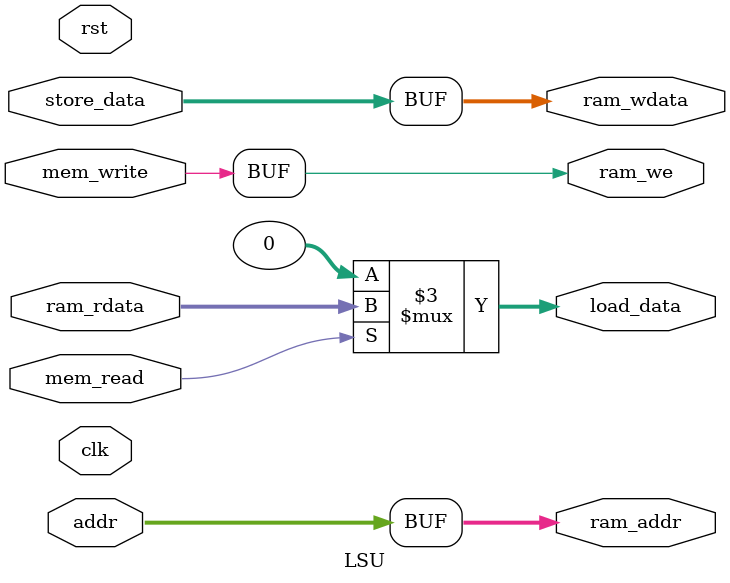
<source format=v>
module LSU(
    input wire clk,
    input wire rst,
    
    // 内存控制信号
    input wire mem_read,
    input wire mem_write,
    
    // 地址和数据
    input wire [31:0] addr,
    input wire [31:0] store_data,
    output reg [31:0] load_data,
    
    // RAM接口
    output wire ram_we,
    output wire [31:0] ram_addr,
    output wire [31:0] ram_wdata,
    input wire [31:0] ram_rdata
);

    // RAM控制信号
    assign ram_we = mem_write;
    assign ram_addr = addr;
    assign ram_wdata = store_data;
    
    // 读内存操作
    always @(*) begin
        if (mem_read) begin
            load_data = ram_rdata;
        end else begin
            load_data = 32'h0;
        end
    end

endmodule

</source>
